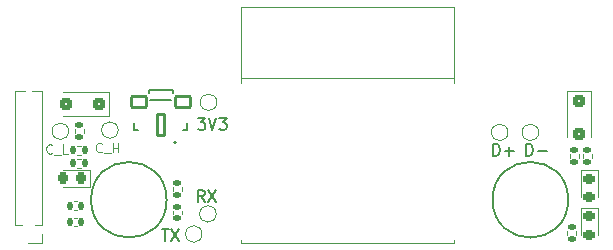
<source format=gto>
%TF.GenerationSoftware,KiCad,Pcbnew,7.0.8*%
%TF.CreationDate,2023-12-27T11:08:44+01:00*%
%TF.ProjectId,Frost-ESP32,46726f73-742d-4455-9350-33322e6b6963,rev?*%
%TF.SameCoordinates,Original*%
%TF.FileFunction,Legend,Top*%
%TF.FilePolarity,Positive*%
%FSLAX46Y46*%
G04 Gerber Fmt 4.6, Leading zero omitted, Abs format (unit mm)*
G04 Created by KiCad (PCBNEW 7.0.8) date 2023-12-27 11:08:44*
%MOMM*%
%LPD*%
G01*
G04 APERTURE LIST*
G04 Aperture macros list*
%AMRoundRect*
0 Rectangle with rounded corners*
0 $1 Rounding radius*
0 $2 $3 $4 $5 $6 $7 $8 $9 X,Y pos of 4 corners*
0 Add a 4 corners polygon primitive as box body*
4,1,4,$2,$3,$4,$5,$6,$7,$8,$9,$2,$3,0*
0 Add four circle primitives for the rounded corners*
1,1,$1+$1,$2,$3*
1,1,$1+$1,$4,$5*
1,1,$1+$1,$6,$7*
1,1,$1+$1,$8,$9*
0 Add four rect primitives between the rounded corners*
20,1,$1+$1,$2,$3,$4,$5,0*
20,1,$1+$1,$4,$5,$6,$7,0*
20,1,$1+$1,$6,$7,$8,$9,0*
20,1,$1+$1,$8,$9,$2,$3,0*%
G04 Aperture macros list end*
%ADD10C,0.150000*%
%ADD11C,0.100000*%
%ADD12C,0.120000*%
%ADD13C,0.127000*%
%ADD14C,0.200000*%
%ADD15C,0.010000*%
%ADD16C,1.000000*%
%ADD17RoundRect,0.135000X0.185000X-0.135000X0.185000X0.135000X-0.185000X0.135000X-0.185000X-0.135000X0*%
%ADD18RoundRect,0.135000X0.135000X0.185000X-0.135000X0.185000X-0.135000X-0.185000X0.135000X-0.185000X0*%
%ADD19RoundRect,0.250000X-0.300000X0.300000X-0.300000X-0.300000X0.300000X-0.300000X0.300000X0.300000X0*%
%ADD20C,3.200000*%
%ADD21R,1.000000X1.000000*%
%ADD22O,1.000000X1.000000*%
%ADD23RoundRect,0.140000X0.140000X0.170000X-0.140000X0.170000X-0.140000X-0.170000X0.140000X-0.170000X0*%
%ADD24RoundRect,0.218750X-0.256250X0.218750X-0.256250X-0.218750X0.256250X-0.218750X0.256250X0.218750X0*%
%ADD25RoundRect,0.135000X-0.185000X0.135000X-0.185000X-0.135000X0.185000X-0.135000X0.185000X0.135000X0*%
%ADD26RoundRect,0.218750X0.218750X0.256250X-0.218750X0.256250X-0.218750X-0.256250X0.218750X-0.256250X0*%
%ADD27RoundRect,0.140000X-0.170000X0.140000X-0.170000X-0.140000X0.170000X-0.140000X0.170000X0.140000X0*%
%ADD28C,0.900000*%
%ADD29RoundRect,0.102000X0.300000X0.900000X-0.300000X0.900000X-0.300000X-0.900000X0.300000X-0.900000X0*%
%ADD30RoundRect,0.102000X-0.650000X-0.450000X0.650000X-0.450000X0.650000X0.450000X-0.650000X0.450000X0*%
%ADD31RoundRect,0.102000X0.650000X0.450000X-0.650000X0.450000X-0.650000X-0.450000X0.650000X-0.450000X0*%
%ADD32R,1.500000X0.900000*%
%ADD33R,0.700000X0.700000*%
%ADD34RoundRect,0.250000X0.300000X0.300000X-0.300000X0.300000X-0.300000X-0.300000X0.300000X-0.300000X0*%
G04 APERTURE END LIST*
D10*
X106793922Y-109469819D02*
X107365350Y-109469819D01*
X107079636Y-110469819D02*
X107079636Y-109469819D01*
X107603446Y-109469819D02*
X108270112Y-110469819D01*
X108270112Y-109469819D02*
X107603446Y-110469819D01*
X110408207Y-107169819D02*
X110074874Y-106693628D01*
X109836779Y-107169819D02*
X109836779Y-106169819D01*
X109836779Y-106169819D02*
X110217731Y-106169819D01*
X110217731Y-106169819D02*
X110312969Y-106217438D01*
X110312969Y-106217438D02*
X110360588Y-106265057D01*
X110360588Y-106265057D02*
X110408207Y-106360295D01*
X110408207Y-106360295D02*
X110408207Y-106503152D01*
X110408207Y-106503152D02*
X110360588Y-106598390D01*
X110360588Y-106598390D02*
X110312969Y-106646009D01*
X110312969Y-106646009D02*
X110217731Y-106693628D01*
X110217731Y-106693628D02*
X109836779Y-106693628D01*
X110741541Y-106169819D02*
X111408207Y-107169819D01*
X111408207Y-106169819D02*
X110741541Y-107169819D01*
X109841541Y-100069819D02*
X110460588Y-100069819D01*
X110460588Y-100069819D02*
X110127255Y-100450771D01*
X110127255Y-100450771D02*
X110270112Y-100450771D01*
X110270112Y-100450771D02*
X110365350Y-100498390D01*
X110365350Y-100498390D02*
X110412969Y-100546009D01*
X110412969Y-100546009D02*
X110460588Y-100641247D01*
X110460588Y-100641247D02*
X110460588Y-100879342D01*
X110460588Y-100879342D02*
X110412969Y-100974580D01*
X110412969Y-100974580D02*
X110365350Y-101022200D01*
X110365350Y-101022200D02*
X110270112Y-101069819D01*
X110270112Y-101069819D02*
X109984398Y-101069819D01*
X109984398Y-101069819D02*
X109889160Y-101022200D01*
X109889160Y-101022200D02*
X109841541Y-100974580D01*
X110746303Y-100069819D02*
X111079636Y-101069819D01*
X111079636Y-101069819D02*
X111412969Y-100069819D01*
X111651065Y-100069819D02*
X112270112Y-100069819D01*
X112270112Y-100069819D02*
X111936779Y-100450771D01*
X111936779Y-100450771D02*
X112079636Y-100450771D01*
X112079636Y-100450771D02*
X112174874Y-100498390D01*
X112174874Y-100498390D02*
X112222493Y-100546009D01*
X112222493Y-100546009D02*
X112270112Y-100641247D01*
X112270112Y-100641247D02*
X112270112Y-100879342D01*
X112270112Y-100879342D02*
X112222493Y-100974580D01*
X112222493Y-100974580D02*
X112174874Y-101022200D01*
X112174874Y-101022200D02*
X112079636Y-101069819D01*
X112079636Y-101069819D02*
X111793922Y-101069819D01*
X111793922Y-101069819D02*
X111698684Y-101022200D01*
X111698684Y-101022200D02*
X111651065Y-100974580D01*
D11*
X97513408Y-103020704D02*
X97475312Y-103058800D01*
X97475312Y-103058800D02*
X97361027Y-103096895D01*
X97361027Y-103096895D02*
X97284836Y-103096895D01*
X97284836Y-103096895D02*
X97170550Y-103058800D01*
X97170550Y-103058800D02*
X97094360Y-102982609D01*
X97094360Y-102982609D02*
X97056265Y-102906419D01*
X97056265Y-102906419D02*
X97018169Y-102754038D01*
X97018169Y-102754038D02*
X97018169Y-102639752D01*
X97018169Y-102639752D02*
X97056265Y-102487371D01*
X97056265Y-102487371D02*
X97094360Y-102411180D01*
X97094360Y-102411180D02*
X97170550Y-102334990D01*
X97170550Y-102334990D02*
X97284836Y-102296895D01*
X97284836Y-102296895D02*
X97361027Y-102296895D01*
X97361027Y-102296895D02*
X97475312Y-102334990D01*
X97475312Y-102334990D02*
X97513408Y-102373085D01*
X97665789Y-103173085D02*
X98275312Y-103173085D01*
X98846741Y-103096895D02*
X98465789Y-103096895D01*
X98465789Y-103096895D02*
X98465789Y-102296895D01*
D10*
X134836779Y-103269819D02*
X134836779Y-102269819D01*
X134836779Y-102269819D02*
X135074874Y-102269819D01*
X135074874Y-102269819D02*
X135217731Y-102317438D01*
X135217731Y-102317438D02*
X135312969Y-102412676D01*
X135312969Y-102412676D02*
X135360588Y-102507914D01*
X135360588Y-102507914D02*
X135408207Y-102698390D01*
X135408207Y-102698390D02*
X135408207Y-102841247D01*
X135408207Y-102841247D02*
X135360588Y-103031723D01*
X135360588Y-103031723D02*
X135312969Y-103126961D01*
X135312969Y-103126961D02*
X135217731Y-103222200D01*
X135217731Y-103222200D02*
X135074874Y-103269819D01*
X135074874Y-103269819D02*
X134836779Y-103269819D01*
X135836779Y-102888866D02*
X136598684Y-102888866D01*
X136217731Y-103269819D02*
X136217731Y-102507914D01*
D11*
X101713408Y-102920704D02*
X101675312Y-102958800D01*
X101675312Y-102958800D02*
X101561027Y-102996895D01*
X101561027Y-102996895D02*
X101484836Y-102996895D01*
X101484836Y-102996895D02*
X101370550Y-102958800D01*
X101370550Y-102958800D02*
X101294360Y-102882609D01*
X101294360Y-102882609D02*
X101256265Y-102806419D01*
X101256265Y-102806419D02*
X101218169Y-102654038D01*
X101218169Y-102654038D02*
X101218169Y-102539752D01*
X101218169Y-102539752D02*
X101256265Y-102387371D01*
X101256265Y-102387371D02*
X101294360Y-102311180D01*
X101294360Y-102311180D02*
X101370550Y-102234990D01*
X101370550Y-102234990D02*
X101484836Y-102196895D01*
X101484836Y-102196895D02*
X101561027Y-102196895D01*
X101561027Y-102196895D02*
X101675312Y-102234990D01*
X101675312Y-102234990D02*
X101713408Y-102273085D01*
X101865789Y-103073085D02*
X102475312Y-103073085D01*
X102665789Y-102996895D02*
X102665789Y-102196895D01*
X102665789Y-102577847D02*
X103122932Y-102577847D01*
X103122932Y-102996895D02*
X103122932Y-102196895D01*
D10*
X137636779Y-103269819D02*
X137636779Y-102269819D01*
X137636779Y-102269819D02*
X137874874Y-102269819D01*
X137874874Y-102269819D02*
X138017731Y-102317438D01*
X138017731Y-102317438D02*
X138112969Y-102412676D01*
X138112969Y-102412676D02*
X138160588Y-102507914D01*
X138160588Y-102507914D02*
X138208207Y-102698390D01*
X138208207Y-102698390D02*
X138208207Y-102841247D01*
X138208207Y-102841247D02*
X138160588Y-103031723D01*
X138160588Y-103031723D02*
X138112969Y-103126961D01*
X138112969Y-103126961D02*
X138017731Y-103222200D01*
X138017731Y-103222200D02*
X137874874Y-103269819D01*
X137874874Y-103269819D02*
X137636779Y-103269819D01*
X138636779Y-102888866D02*
X139398684Y-102888866D01*
D12*
%TO.C,TP7*%
X110200000Y-109900000D02*
G75*
G03*
X110200000Y-109900000I-700000J0D01*
G01*
%TO.C,TP6*%
X111400000Y-108200000D02*
G75*
G03*
X111400000Y-108200000I-700000J0D01*
G01*
%TO.C,R3*%
X142420000Y-103453641D02*
X142420000Y-103146359D01*
X143180000Y-103453641D02*
X143180000Y-103146359D01*
%TO.C,R6*%
X99953641Y-103180000D02*
X99646359Y-103180000D01*
X99953641Y-102420000D02*
X99646359Y-102420000D01*
%TO.C,D5*%
X143100000Y-97790000D02*
X141100000Y-97790000D01*
X143100000Y-97790000D02*
X143100000Y-101650000D01*
X141100000Y-97790000D02*
X141100000Y-101650000D01*
D10*
%TO.C,H1*%
X107200000Y-107000000D02*
G75*
G03*
X107200000Y-107000000I-3200000J0D01*
G01*
D12*
%TO.C,J2*%
X96610000Y-110690000D02*
X95500000Y-110690000D01*
X96610000Y-109930000D02*
X96610000Y-110690000D01*
X96610000Y-109170000D02*
X96610000Y-97805000D01*
X96610000Y-109170000D02*
X96063471Y-109170000D01*
X96610000Y-97805000D02*
X95807530Y-97805000D01*
X95192470Y-97805000D02*
X94390000Y-97805000D01*
X94936529Y-109170000D02*
X94390000Y-109170000D01*
X94390000Y-109170000D02*
X94390000Y-97805000D01*
%TO.C,R7*%
X99953641Y-104280000D02*
X99646359Y-104280000D01*
X99953641Y-103520000D02*
X99646359Y-103520000D01*
%TO.C,TP2*%
X138700000Y-101300000D02*
G75*
G03*
X138700000Y-101300000I-700000J0D01*
G01*
%TO.C,TP3*%
X136100000Y-101300000D02*
G75*
G03*
X136100000Y-101300000I-700000J0D01*
G01*
%TO.C,TP1*%
X111450000Y-98750000D02*
G75*
G03*
X111450000Y-98750000I-700000J0D01*
G01*
%TO.C,C2*%
X99607836Y-107860000D02*
X99392164Y-107860000D01*
X99607836Y-107140000D02*
X99392164Y-107140000D01*
%TO.C,D3*%
X143735000Y-107715000D02*
X142265000Y-107715000D01*
X142265000Y-107715000D02*
X142265000Y-110000000D01*
X143735000Y-110000000D02*
X143735000Y-107715000D01*
%TO.C,R5*%
X141120000Y-109953641D02*
X141120000Y-109646359D01*
X141880000Y-109953641D02*
X141880000Y-109646359D01*
%TO.C,TP5*%
X103100000Y-101100000D02*
G75*
G03*
X103100000Y-101100000I-700000J0D01*
G01*
%TO.C,R4*%
X100180000Y-101046359D02*
X100180000Y-101353641D01*
X99420000Y-101046359D02*
X99420000Y-101353641D01*
%TO.C,R1*%
X141320000Y-103453641D02*
X141320000Y-103146359D01*
X142080000Y-103453641D02*
X142080000Y-103146359D01*
%TO.C,D1*%
X100685000Y-105935000D02*
X100685000Y-104465000D01*
X100685000Y-104465000D02*
X98400000Y-104465000D01*
X98400000Y-105935000D02*
X100685000Y-105935000D01*
%TO.C,C3*%
X108460000Y-107992164D02*
X108460000Y-108207836D01*
X107740000Y-107992164D02*
X107740000Y-108207836D01*
D10*
%TO.C,H2*%
X141200000Y-107000000D02*
G75*
G03*
X141200000Y-107000000I-3200000J0D01*
G01*
D13*
%TO.C,S1*%
X108950000Y-101100000D02*
X108950000Y-100513500D01*
X108613500Y-101100000D02*
X108950000Y-101100000D01*
X107700000Y-97700000D02*
X107700000Y-97936500D01*
X107700000Y-97700000D02*
X105700000Y-97700000D01*
X107586500Y-98550000D02*
X105813500Y-98550000D01*
X105700000Y-97700000D02*
X105700000Y-97936500D01*
X104786500Y-101100000D02*
X104450000Y-101100000D01*
X104450000Y-101100000D02*
X104450000Y-100513500D01*
D14*
X108025000Y-102150000D02*
G75*
G03*
X108025000Y-102150000I-100000J0D01*
G01*
D12*
%TO.C,U1*%
X113500000Y-90650000D02*
X113500000Y-97150000D01*
X113500000Y-90650000D02*
X131500000Y-90650000D01*
X113500000Y-110650000D02*
X113500000Y-110400000D01*
X131500000Y-90650000D02*
X131500000Y-97150000D01*
X131500000Y-96650000D02*
X113550000Y-96650000D01*
X131500000Y-110400000D02*
X131500000Y-110650000D01*
X131500000Y-110650000D02*
X113500000Y-110650000D01*
%TO.C,C1*%
X99607836Y-109260000D02*
X99392164Y-109260000D01*
X99607836Y-108540000D02*
X99392164Y-108540000D01*
%TO.C,TP4*%
X98900000Y-101200000D02*
G75*
G03*
X98900000Y-101200000I-700000J0D01*
G01*
%TO.C,D2*%
X102310000Y-99900000D02*
X102310000Y-97900000D01*
X102310000Y-99900000D02*
X98450000Y-99900000D01*
X102310000Y-97900000D02*
X98450000Y-97900000D01*
%TO.C,D4*%
X143735000Y-104515000D02*
X142265000Y-104515000D01*
X142265000Y-104515000D02*
X142265000Y-106800000D01*
X143735000Y-106800000D02*
X143735000Y-104515000D01*
%TO.C,R2*%
X107720000Y-106253641D02*
X107720000Y-105946359D01*
X108480000Y-106253641D02*
X108480000Y-105946359D01*
%TD*%
%LPC*%
%TO.C,S1*%
D15*
X108231180Y-99667231D02*
X108228040Y-99701828D01*
X108226610Y-99736541D01*
X108226890Y-99771278D01*
X108227680Y-99788634D01*
X108227670Y-99788641D01*
X108228610Y-99798150D01*
X108230860Y-99817131D01*
X108233580Y-99836050D01*
X108236770Y-99854894D01*
X108238540Y-99864284D01*
X108240330Y-99873438D01*
X108244260Y-99891669D01*
X108248650Y-99909794D01*
X108253480Y-99927806D01*
X108256070Y-99936766D01*
X108268650Y-99969284D01*
X108298660Y-100032212D01*
X108334880Y-100091775D01*
X108376940Y-100147369D01*
X108400000Y-100173500D01*
X108400000Y-101650000D01*
X107450000Y-101650000D01*
X107450000Y-99650000D01*
X108233400Y-99650000D01*
X108231180Y-99667231D01*
G36*
X108231180Y-99667231D02*
G01*
X108228040Y-99701828D01*
X108226610Y-99736541D01*
X108226890Y-99771278D01*
X108227680Y-99788634D01*
X108227670Y-99788641D01*
X108228610Y-99798150D01*
X108230860Y-99817131D01*
X108233580Y-99836050D01*
X108236770Y-99854894D01*
X108238540Y-99864284D01*
X108240330Y-99873438D01*
X108244260Y-99891669D01*
X108248650Y-99909794D01*
X108253480Y-99927806D01*
X108256070Y-99936766D01*
X108268650Y-99969284D01*
X108298660Y-100032212D01*
X108334880Y-100091775D01*
X108376940Y-100147369D01*
X108400000Y-100173500D01*
X108400000Y-101650000D01*
X107450000Y-101650000D01*
X107450000Y-99650000D01*
X108233400Y-99650000D01*
X108231180Y-99667231D01*
G37*
X105950000Y-101650000D02*
X105000000Y-101650000D01*
X105000000Y-100173500D01*
X104999970Y-100173500D01*
X105023060Y-100147369D01*
X105065120Y-100091775D01*
X105101340Y-100032212D01*
X105131350Y-99969284D01*
X105143920Y-99936766D01*
X105146510Y-99927806D01*
X105151350Y-99909794D01*
X105155730Y-99891669D01*
X105159670Y-99873438D01*
X105161460Y-99864288D01*
X105161460Y-99864284D01*
X105163230Y-99854894D01*
X105166420Y-99836050D01*
X105169140Y-99817131D01*
X105171390Y-99798150D01*
X105172330Y-99788641D01*
X105172320Y-99788634D01*
X105173100Y-99771278D01*
X105173390Y-99736541D01*
X105171960Y-99701828D01*
X105168820Y-99667231D01*
X105166600Y-99650000D01*
X105950000Y-99650000D01*
X105950000Y-101650000D01*
G36*
X105950000Y-101650000D02*
G01*
X105000000Y-101650000D01*
X105000000Y-100173500D01*
X104999970Y-100173500D01*
X105023060Y-100147369D01*
X105065120Y-100091775D01*
X105101340Y-100032212D01*
X105131350Y-99969284D01*
X105143920Y-99936766D01*
X105146510Y-99927806D01*
X105151350Y-99909794D01*
X105155730Y-99891669D01*
X105159670Y-99873438D01*
X105161460Y-99864288D01*
X105161460Y-99864284D01*
X105163230Y-99854894D01*
X105166420Y-99836050D01*
X105169140Y-99817131D01*
X105171390Y-99798150D01*
X105172330Y-99788641D01*
X105172320Y-99788634D01*
X105173100Y-99771278D01*
X105173390Y-99736541D01*
X105171960Y-99701828D01*
X105168820Y-99667231D01*
X105166600Y-99650000D01*
X105950000Y-99650000D01*
X105950000Y-101650000D01*
G37*
%TD*%
D16*
%TO.C,TP7*%
X109500000Y-109900000D03*
%TD*%
%TO.C,TP6*%
X110700000Y-108200000D03*
%TD*%
D17*
%TO.C,R3*%
X142800000Y-103810000D03*
X142800000Y-102790000D03*
%TD*%
D18*
%TO.C,R6*%
X100310000Y-102800000D03*
X99290000Y-102800000D03*
%TD*%
D19*
%TO.C,D5*%
X142100000Y-98600000D03*
X142100000Y-101400000D03*
%TD*%
D20*
%TO.C,H1*%
X104000000Y-107000000D03*
%TD*%
D21*
%TO.C,J2*%
X95500000Y-109930000D03*
D22*
X95500000Y-108660000D03*
X95500000Y-107390000D03*
X95500000Y-106120000D03*
X95500000Y-104850000D03*
X95500000Y-103580000D03*
X95500000Y-102310000D03*
X95500000Y-101040000D03*
X95500000Y-99770000D03*
X95500000Y-98500000D03*
%TD*%
D18*
%TO.C,R7*%
X100310000Y-103900000D03*
X99290000Y-103900000D03*
%TD*%
D16*
%TO.C,TP2*%
X138000000Y-101300000D03*
%TD*%
%TO.C,TP3*%
X135400000Y-101300000D03*
%TD*%
%TO.C,TP1*%
X110750000Y-98750000D03*
%TD*%
D23*
%TO.C,C2*%
X99980000Y-107500000D03*
X99020000Y-107500000D03*
%TD*%
D24*
%TO.C,D3*%
X143000000Y-108412500D03*
X143000000Y-109987500D03*
%TD*%
D17*
%TO.C,R5*%
X141500000Y-110310000D03*
X141500000Y-109290000D03*
%TD*%
D16*
%TO.C,TP5*%
X102400000Y-101100000D03*
%TD*%
D25*
%TO.C,R4*%
X99800000Y-100690000D03*
X99800000Y-101710000D03*
%TD*%
D17*
%TO.C,R1*%
X141700000Y-103810000D03*
X141700000Y-102790000D03*
%TD*%
D26*
%TO.C,D1*%
X99987500Y-105200000D03*
X98412500Y-105200000D03*
%TD*%
D27*
%TO.C,C3*%
X108100000Y-107620000D03*
X108100000Y-108580000D03*
%TD*%
D20*
%TO.C,H2*%
X138000000Y-107000000D03*
%TD*%
D28*
%TO.C,S1*%
X108825000Y-99750000D03*
X104575000Y-99750000D03*
D29*
X106700000Y-100650000D03*
D30*
X108550000Y-98700000D03*
D31*
X104850000Y-98700000D03*
%TD*%
D32*
%TO.C,U1*%
X113750000Y-97750000D03*
X113750000Y-99250000D03*
X113750000Y-100750000D03*
X113750000Y-102250000D03*
X113750000Y-103750000D03*
X113750000Y-105250000D03*
X113750000Y-106750000D03*
X113750000Y-108250000D03*
X113750000Y-109750000D03*
X131250000Y-109750000D03*
X131250000Y-108250000D03*
X131250000Y-106750000D03*
X131250000Y-105250000D03*
X131250000Y-103750000D03*
X131250000Y-102250000D03*
X131250000Y-100750000D03*
X131250000Y-99250000D03*
X131250000Y-97750000D03*
D33*
X122360000Y-102850000D03*
X122360000Y-103950000D03*
X122360000Y-105050000D03*
X123410000Y-102850000D03*
X123410000Y-103950000D03*
X123410000Y-105050000D03*
X124560000Y-102850000D03*
X124560000Y-103950000D03*
X124560000Y-105050000D03*
%TD*%
D23*
%TO.C,C1*%
X99980000Y-108900000D03*
X99020000Y-108900000D03*
%TD*%
D16*
%TO.C,TP4*%
X98200000Y-101200000D03*
%TD*%
D34*
%TO.C,D2*%
X101500000Y-98900000D03*
X98700000Y-98900000D03*
%TD*%
D24*
%TO.C,D4*%
X143000000Y-105212500D03*
X143000000Y-106787500D03*
%TD*%
D17*
%TO.C,R2*%
X108100000Y-106610000D03*
X108100000Y-105590000D03*
%TD*%
%LPD*%
M02*

</source>
